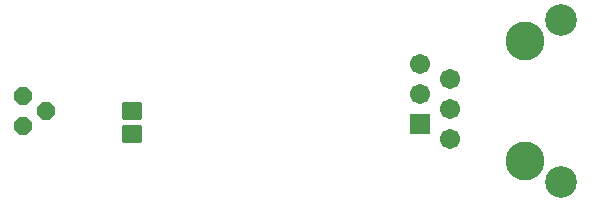
<source format=gts>
G04 #@! TF.GenerationSoftware,KiCad,Pcbnew,7.0.2*
G04 #@! TF.CreationDate,2024-01-01T15:15:03-07:00*
G04 #@! TF.ProjectId,Temperature Senor Board V2 (2),54656d70-6572-4617-9475-72652053656e,rev?*
G04 #@! TF.SameCoordinates,Original*
G04 #@! TF.FileFunction,Soldermask,Top*
G04 #@! TF.FilePolarity,Negative*
%FSLAX46Y46*%
G04 Gerber Fmt 4.6, Leading zero omitted, Abs format (unit mm)*
G04 Created by KiCad (PCBNEW 7.0.2) date 2024-01-01 15:15:03*
%MOMM*%
%LPD*%
G01*
G04 APERTURE LIST*
G04 Aperture macros list*
%AMRoundRect*
0 Rectangle with rounded corners*
0 $1 Rounding radius*
0 $2 $3 $4 $5 $6 $7 $8 $9 X,Y pos of 4 corners*
0 Add a 4 corners polygon primitive as box body*
4,1,4,$2,$3,$4,$5,$6,$7,$8,$9,$2,$3,0*
0 Add four circle primitives for the rounded corners*
1,1,$1+$1,$2,$3*
1,1,$1+$1,$4,$5*
1,1,$1+$1,$6,$7*
1,1,$1+$1,$8,$9*
0 Add four rect primitives between the rounded corners*
20,1,$1+$1,$2,$3,$4,$5,0*
20,1,$1+$1,$4,$5,$6,$7,0*
20,1,$1+$1,$6,$7,$8,$9,0*
20,1,$1+$1,$8,$9,$2,$3,0*%
%AMFreePoly0*
4,1,25,0.333266,0.742596,0.345389,0.732242,0.732242,0.345389,0.760749,0.289441,0.762000,0.273547,0.762000,-0.273547,0.742596,-0.333266,0.732242,-0.345389,0.345389,-0.732242,0.289441,-0.760749,0.273547,-0.762000,-0.273547,-0.762000,-0.333266,-0.742596,-0.345389,-0.732242,-0.732242,-0.345389,-0.760749,-0.289441,-0.762000,-0.273547,-0.762000,0.273547,-0.742596,0.333266,-0.732242,0.345389,
-0.345389,0.732242,-0.289441,0.760749,-0.273547,0.762000,0.273547,0.762000,0.333266,0.742596,0.333266,0.742596,$1*%
G04 Aperture macros list end*
%ADD10C,3.300000*%
%ADD11RoundRect,0.101600X0.754000X-0.754000X0.754000X0.754000X-0.754000X0.754000X-0.754000X-0.754000X0*%
%ADD12C,1.711200*%
%ADD13C,2.678200*%
%ADD14FreePoly0,270.000000*%
%ADD15RoundRect,0.101600X-0.750000X0.650000X-0.750000X-0.650000X0.750000X-0.650000X0.750000X0.650000X0*%
G04 APERTURE END LIST*
D10*
X167386000Y-93472000D03*
X167386000Y-83312000D03*
D11*
X158496000Y-90292000D03*
D12*
X158496000Y-87752000D03*
X158496000Y-85212000D03*
X161036000Y-91562000D03*
X161036000Y-89022000D03*
X161036000Y-86482000D03*
D13*
X170436000Y-95252000D03*
X170436000Y-81532000D03*
D14*
X124866400Y-87960200D03*
X126771400Y-89230200D03*
X124866400Y-90500200D03*
D15*
X134112000Y-89220000D03*
X134112000Y-91120000D03*
M02*

</source>
